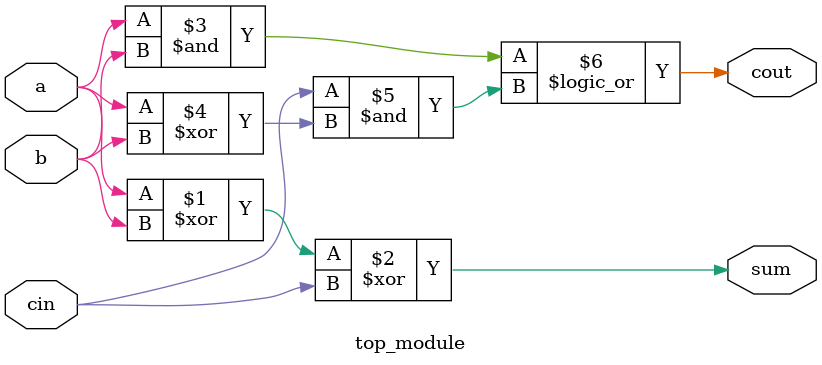
<source format=v>
module top_module( 
    input a, b, cin,
    output cout, sum );
    assign sum=a^b^cin;
    assign cout=(a&b)||(cin&(a^b));
endmodule
</source>
